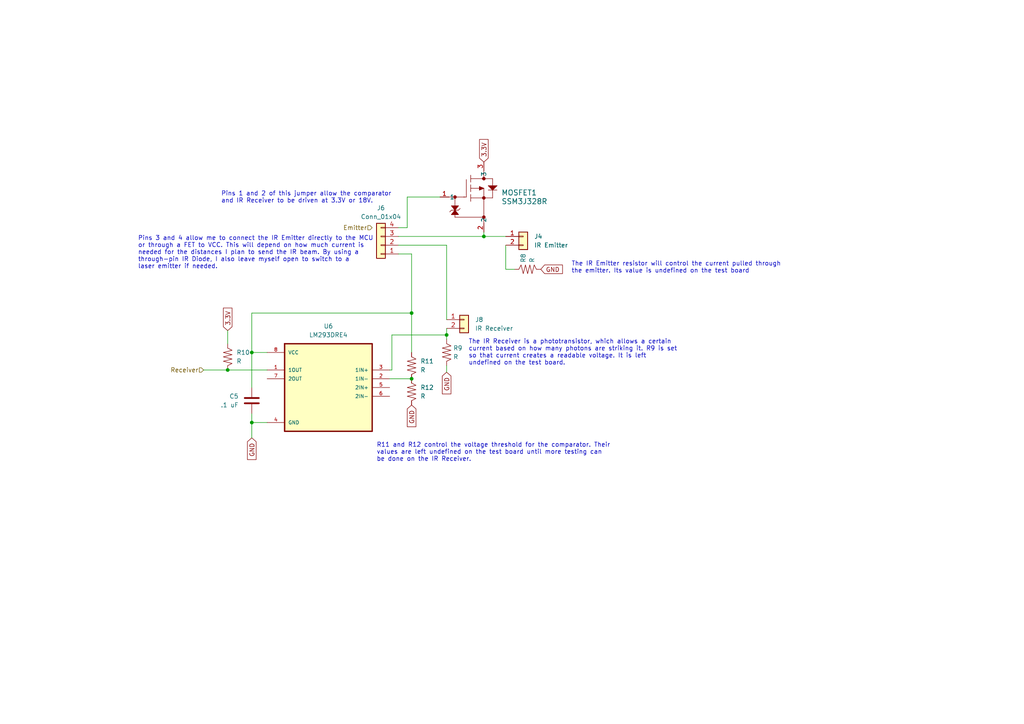
<source format=kicad_sch>
(kicad_sch (version 20230121) (generator eeschema)
  (paper "A4")
  (lib_symbols
    (symbol "Connector_Generic:Conn_01x02" (pin_names (offset 1.016) hide)
      (property "Reference" "J" (at 0 2.54 0))
      (property "Value" "Conn_01x02" (at 0 -5.08 0))
      (symbol "Conn_01x02_1_1"
        (rectangle (start -1.27 -2.413) (end 0 -2.667) (stroke (width 0.1524)))
        (rectangle (start -1.27 0.127) (end 0 -0.127) (stroke (width 0.1524)))
        (rectangle (start -1.27 1.27) (end 1.27 -3.81) (stroke (width 0.254)) (fill (type background)))
        (pin passive line (at -5.08 0 0) (length 3.81) (name "Pin_1") (number "1"))
        (pin passive line (at -5.08 -2.54 0) (length 3.81) (name "Pin_2") (number "2"))
      )
    )
    (symbol "Connector_Generic:Conn_01x04" (pin_names (offset 1.016) hide)
      (property "Reference" "J" (at 0 5.08 0))
      (property "Value" "Conn_01x04" (at 0 -7.62 0))
      (symbol "Conn_01x04_1_1"
        (rectangle (start -1.27 -4.953) (end 0 -5.207) (stroke (width 0.1524)))
        (rectangle (start -1.27 -2.413) (end 0 -2.667) (stroke (width 0.1524)))
        (rectangle (start -1.27 0.127) (end 0 -0.127) (stroke (width 0.1524)))
        (rectangle (start -1.27 2.667) (end 0 2.413) (stroke (width 0.1524)))
        (rectangle (start -1.27 3.81) (end 1.27 -6.35) (stroke (width 0.254)) (fill (type background)))
        (pin passive line (at -5.08 2.54 0) (length 3.81) (name "Pin_1") (number "1"))
        (pin passive line (at -5.08 0 0) (length 3.81) (name "Pin_2") (number "2"))
        (pin passive line (at -5.08 -2.54 0) (length 3.81) (name "Pin_3") (number "3"))
        (pin passive line (at -5.08 -5.08 0) (length 3.81) (name "Pin_4") (number "4"))
      )
    )
    (symbol "Hestres_Standard_Lib:C" (pin_numbers hide) (pin_names (offset 0.254))
      (property "Reference" "C" (at 0.635 2.54 0))
      (property "Value" "C" (at 0.635 -2.54 0))
      (symbol "C_0_1"
        (polyline (pts (xy -2.032 -0.762) (xy 2.032 -0.762)) (stroke (width 0.508)))
        (polyline (pts (xy -2.032 0.762) (xy 2.032 0.762)) (stroke (width 0.508)))
      )
      (symbol "C_1_1"
        (pin passive line (at 0 3.81 270) (length 2.794) (name "~") (number "1"))
        (pin passive line (at 0 -3.81 90) (length 2.794) (name "~") (number "2"))
      )
    )
    (symbol "Hestres_Standard_Lib:R" (pin_numbers hide) (pin_names (offset 0))
      (property "Reference" "R" (at 2.54 0 90))
      (property "Value" "R" (at -2.54 0 90))
      (symbol "R_0_1"
        (polyline (pts (xy 0 2.54) (xy 1.27 1.905) (xy -1.27 1.27) (xy 1.27 0.635) (xy -1.27 0) (xy 1.27 -0.635) (xy -1.27 -1.27) (xy 1.27 -1.905) (xy 0 -2.54)))
      )
      (symbol "R_1_1"
        (pin passive line (at 0 3.81 270) (length 1.27) (name "~") (number "1"))
        (pin passive line (at 0 -3.81 90) (length 1.27) (name "~") (number "2"))
      )
    )
    (symbol "ProjComparator:LM293DRE4" (pin_names (offset 1.016))
      (property "Reference" "U" (at -12.7 13.7 0))
      (property "Value" "LM293DRE4" (at -12.7 -16.7 0))
      (symbol "LM293DRE4_0_0"
        (rectangle (start -12.7 -12.7) (end 12.7 12.7) (stroke (width 0.41)) (fill (type background)))
        (pin output line (at 17.78 5.08 180) (length 5.08) (name "1OUT") (number "1"))
        (pin input line (at -17.78 2.54 0) (length 5.08) (name "1IN-") (number "2"))
        (pin input line (at -17.78 5.08 0) (length 5.08) (name "1IN+") (number "3"))
        (pin power_in line (at 17.78 -10.16 180) (length 5.08) (name "GND") (number "4"))
        (pin input line (at -17.78 0 0) (length 5.08) (name "2IN+") (number "5"))
        (pin input line (at -17.78 -2.54 0) (length 5.08) (name "2IN-") (number "6"))
        (pin output line (at 17.78 2.54 180) (length 5.08) (name "2OUT") (number "7"))
        (pin power_in line (at 17.78 10.16 180) (length 5.08) (name "VCC") (number "8"))
      )
    )
    (symbol "ProjPMOS_LV:SSM3J328R" (pin_names (offset 0.254))
      (property "Reference" "MOSFET" (at 0 0 0))
      (property "Value" "SSM3J328R" (at 0 0 0))
      (symbol "SSM3J328R_0_1"
        (polyline (pts (xy 0 -7.62) (xy 4.572 -7.62)) (stroke (width 0.1524)))
        (polyline (pts (xy 0.762 -12.7) (xy 2.794 -12.7)) (stroke (width 0.1524)))
        (polyline (pts (xy 0.762 -11.43) (xy 0.254 -11.938)) (stroke (width 0.1524)))
        (polyline (pts (xy 0.762 -11.43) (xy 2.794 -11.43)) (stroke (width 0.1524)))
        (polyline (pts (xy 0.762 -10.16) (xy 1.778 -11.43)) (stroke (width 0.1524)))
        (polyline (pts (xy 0.762 -10.16) (xy 2.794 -10.16)) (stroke (width 0.1524)))
        (polyline (pts (xy 1.778 -13.462) (xy 10.16 -13.462)) (stroke (width 0.1524)))
        (polyline (pts (xy 1.778 -12.7) (xy 1.778 -13.462)) (stroke (width 0.1524)))
        (polyline (pts (xy 1.778 -11.43) (xy 0.762 -12.7)) (stroke (width 0.1524)))
        (polyline (pts (xy 1.778 -7.62) (xy 1.778 -10.16)) (stroke (width 0.1524)))
        (polyline (pts (xy 2.794 -12.7) (xy 1.778 -11.43)) (stroke (width 0.1524)))
        (polyline (pts (xy 2.794 -11.43) (xy 3.302 -10.922)) (stroke (width 0.1524)))
        (polyline (pts (xy 2.794 -10.16) (xy 1.778 -11.43)) (stroke (width 0.1524)))
        (polyline (pts (xy 5.08 -7.62) (xy 4.318 -7.62)) (stroke (width 0.1524)))
        (polyline (pts (xy 5.08 -7.62) (xy 5.08 -2.54)) (stroke (width 0.1524)))
        (polyline (pts (xy 6.35 -8.89) (xy 6.35 -6.858)) (stroke (width 0.1524)))
        (polyline (pts (xy 6.35 -7.874) (xy 12.7 -7.874)) (stroke (width 0.1524)))
        (polyline (pts (xy 6.35 -6.096) (xy 6.35 -4.064)) (stroke (width 0.1524)))
        (polyline (pts (xy 6.35 -5.08) (xy 8.89 -5.08)) (stroke (width 0.1524)))
        (polyline (pts (xy 6.35 -3.302) (xy 6.35 -1.27)) (stroke (width 0.1524)))
        (polyline (pts (xy 8.89 -5.588) (xy 10.16 -5.08)) (stroke (width 0.1524)))
        (polyline (pts (xy 8.89 -4.572) (xy 8.89 -5.588)) (stroke (width 0.1524)))
        (polyline (pts (xy 10.16 -5.08) (xy 8.89 -4.572)) (stroke (width 0.1524)))
        (polyline (pts (xy 10.16 -5.08) (xy 10.16 -15.24)) (stroke (width 0.1524)))
        (polyline (pts (xy 10.16 0) (xy 10.16 -2.286)) (stroke (width 0.1524)))
        (polyline (pts (xy 11.43 -5.588) (xy 13.97 -5.588)) (stroke (width 0.1524)))
        (polyline (pts (xy 11.43 -4.318) (xy 13.97 -4.318)) (stroke (width 0.1524)))
        (polyline (pts (xy 12.7 -7.874) (xy 12.7 -5.588)) (stroke (width 0.1524)))
        (polyline (pts (xy 12.7 -5.588) (xy 11.43 -4.318)) (stroke (width 0.1524)))
        (polyline (pts (xy 12.7 -4.318) (xy 12.7 -2.286)) (stroke (width 0.1524)))
        (polyline (pts (xy 12.7 -2.286) (xy 6.35 -2.286)) (stroke (width 0.1524)))
        (polyline (pts (xy 13.97 -4.318) (xy 12.7 -5.588)) (stroke (width 0.1524)))
        (polyline (pts (xy 8.89 -4.572) (xy 8.89 -5.588) (xy 10.16 -5.08)) (fill (type outline)))
        (polyline (pts (xy 11.43 -4.318) (xy 12.7 -5.588) (xy 13.97 -4.318)) (fill (type outline)))
        (polyline (pts (xy 0.762 -10.16) (xy 1.778 -11.43) (xy 0.762 -12.7) (xy 2.794 -12.7) (xy 1.778 -11.43) (xy 2.794 -10.16)) (fill (type outline)))
        (circle (center 1.778 -7.62) (radius 0.254) (stroke (width 0.508)))
        (circle (center 10.16 -13.462) (radius 0.254) (stroke (width 0.508)))
        (circle (center 10.16 -7.874) (radius 0.254) (stroke (width 0.508)))
        (circle (center 10.16 -2.286) (radius 0.254) (stroke (width 0.508)))
        (pin unspecified line (at -2.54 -7.62 0) (length 2.54) (name "1") (number "1"))
        (pin unspecified line (at 10.16 -17.78 90) (length 2.54) (name "2") (number "2"))
        (pin unspecified line (at 10.16 2.54 270) (length 2.54) (name "3") (number "3"))
      )
    )
  )
  (junction (at 129.54 97.155))
  (junction (at 140.335 68.58))
  (junction (at 119.38 90.805))
  (junction (at 73.025 122.555))
  (junction (at 119.38 109.855))
  (junction (at 66.04 107.315))
  (junction (at 73.025 102.235))
  (wire (pts (xy 119.38 90.805) (xy 119.38 73.66)))
  (wire (pts (xy 129.54 92.71) (xy 129.54 71.12)))
  (wire (pts (xy 66.04 107.315) (xy 77.47 107.315)))
  (wire (pts (xy 66.04 95.885) (xy 66.04 99.695)))
  (wire (pts (xy 119.38 73.66) (xy 115.57 73.66)))
  (wire (pts (xy 140.335 68.58) (xy 146.685 68.58)))
  (wire (pts (xy 73.025 102.235) (xy 77.47 102.235)))
  (wire (pts (xy 113.665 97.155) (xy 129.54 97.155)))
  (wire (pts (xy 115.57 66.04) (xy 118.11 66.04)))
  (wire (pts (xy 115.57 68.58) (xy 140.335 68.58)))
  (wire (pts (xy 129.54 71.12) (xy 115.57 71.12)))
  (wire (pts (xy 149.225 78.105) (xy 146.685 78.105)))
  (wire (pts (xy 73.025 90.805) (xy 73.025 102.235)))
  (wire (pts (xy 73.025 122.555) (xy 77.47 122.555)))
  (wire (pts (xy 59.055 107.315) (xy 66.04 107.315)))
  (wire (pts (xy 118.11 66.04) (xy 118.11 57.15)))
  (wire (pts (xy 73.025 122.555) (xy 73.025 127)))
  (wire (pts (xy 73.025 90.805) (xy 119.38 90.805)))
  (wire (pts (xy 73.025 120.015) (xy 73.025 122.555)))
  (wire (pts (xy 113.03 109.855) (xy 119.38 109.855)))
  (wire (pts (xy 119.38 102.235) (xy 119.38 90.805)))
  (wire (pts (xy 129.54 106.045) (xy 129.54 107.95)))
  (wire (pts (xy 118.11 57.15) (xy 127.635 57.15)))
  (wire (pts (xy 129.54 97.155) (xy 129.54 98.425)))
  (wire (pts (xy 113.03 107.315) (xy 113.665 107.315)))
  (wire (pts (xy 113.665 107.315) (xy 113.665 97.155)))
  (wire (pts (xy 140.335 67.31) (xy 140.335 68.58)))
  (wire (pts (xy 129.54 95.25) (xy 129.54 97.155)))
  (wire (pts (xy 73.025 102.235) (xy 73.025 112.395)))
  (wire (pts (xy 146.685 71.12) (xy 146.685 78.105)))
  (text "R11 and R12 control the voltage threshold for the comparator. Their\nvalues are left undefined on the test board until more testing can\nbe done on the IR Receiver." (at 109.22 133.985 0) (effects (font (size 1.27 1.27)) (justify left bottom)))
  (text "The IR Receiver is a phototransistor, which allows a certain\ncurrent based on how many photons are striking it. R9 is set\nso that current creates a readable voltage. It is left\nundefined on the test board." (at 135.89 106.045 0) (effects (font (size 1.27 1.27)) (justify left bottom)))
  (text "The IR Emitter resistor will control the current pulled through\nthe emitter. Its value is undefined on the test board" (at 165.735 79.375 0) (effects (font (size 1.27 1.27)) (justify left bottom)))
  (text "Pins 1 and 2 of this jumper allow the comparator \nand IR Receiver to be driven at 3.3V or 18V. " (at 64.135 59.055 0) (effects (font (size 1.27 1.27)) (justify left bottom)))
  (text "Pins 3 and 4 allow me to connect the IR Emitter directly to the MCU\nor through a FET to VCC. This will depend on how much current is\nneeded for the distances I plan to send the IR beam. By using a \nthrough-pin IR Diode, I also leave myself open to switch to a \nlaser emitter if needed." (at 40.005 78.105 0) (effects (font (size 1.27 1.27)) (justify left bottom)))
  (global_label "GND" (shape input) (at 129.54 107.95 270) (property "Intersheetrefs" "${INTERSHEET_REFS}" (effects hide)))
  (global_label "3.3V" (shape input) (at 66.04 95.885 90) (property "Intersheetrefs" "${INTERSHEET_REFS}" (effects hide)))
  (global_label "3.3V" (shape input) (at 140.335 46.99 90) (property "Intersheetrefs" "${INTERSHEET_REFS}" (effects hide)))
  (global_label "GND" (shape input) (at 73.025 127 270) (property "Intersheetrefs" "${INTERSHEET_REFS}" (effects hide)))
  (global_label "GND" (shape input) (at 156.845 78.105 0) (property "Intersheetrefs" "${INTERSHEET_REFS}" (effects hide)))
  (global_label "GND" (shape input) (at 119.38 117.475 270) (property "Intersheetrefs" "${INTERSHEET_REFS}" (effects hide)))
  (hierarchical_label "Receiver" (shape input) (at 59.055 107.315 180))
  (hierarchical_label "Emitter" (shape input) (at 107.95 66.04 180))
  (symbol (lib_id "Connector_Generic:Conn_01x04") (at 110.49 71.12 180) (unit 1)
    (property "Reference" "J6" (at 110.49 60.325 0))
    (property "Value" "Conn_01x04" (at 110.49 62.865 0))
    (property "Footprint" "Connector_PinHeader_2.54mm:PinHeader_1x04_P2.54mm_Vertical" (effects hide))
    (instances (project "CatLasers" (path "" (reference "J6") (unit 1)) (path "" (reference "J4") (unit 1))))
  )
  (symbol (lib_id "Connector_Generic:Conn_01x02") (at 151.765 68.58 0) (unit 1)
    (property "Reference" "J4" (at 154.94 68.58 0) (effects (justify left)))
    (property "Value" "IR Emitter" (at 154.94 71.12 0) (effects (justify left)))
    (property "Footprint" "Connector_PinHeader_2.54mm:PinHeader_1x02_P2.54mm_Vertical" (effects hide))
    (instances (project "CatLasers" (path "" (reference "J4") (unit 1)) (path "" (reference "J6") (unit 1))))
  )
  (symbol (lib_id "ProjPMOS_LV:SSM3J328R") (at 130.175 49.53 0) (unit 1)
    (property "Reference" "MOSFET1" (at 145.415 55.88 0) (effects (font (size 1.524 1.524)) (justify left)))
    (property "Value" "SSM3J328R" (at 145.415 58.42 0) (effects (font (size 1.524 1.524)) (justify left)))
    (property "Footprint" "Proj:SOT-23F_TOS" (effects hide))
    (property "Datasheet" "SSM3J328R" (effects hide))
  )
  (symbol (lib_id "Hestres_Standard_Lib:R") (at 119.38 106.045 0) (unit 1)
    (property "Reference" "R11" (at 121.92 104.775 0) (effects (justify left)))
    (property "Value" "R" (at 121.92 107.315 0) (effects (justify left)))
    (property "Footprint" "Resistor_SMD:R_0805_2012Metric" (effects hide))
  )
  (symbol (lib_id "Hestres_Standard_Lib:R") (at 129.54 102.235 0) (unit 1)
    (property "Reference" "R9" (at 131.445 100.965 0) (effects (justify left)))
    (property "Value" "R" (at 131.445 103.505 0) (effects (justify left)))
    (property "Footprint" "Resistor_SMD:R_0805_2012Metric" (effects hide))
  )
  (symbol (lib_id "Hestres_Standard_Lib:R") (at 153.035 78.105 90) (unit 1)
    (property "Reference" "R8" (at 151.765 76.2 0) (effects (justify left)))
    (property "Value" "R" (at 154.305 76.2 0) (effects (justify left)))
    (property "Footprint" "Resistor_SMD:R_0805_2012Metric" (effects hide))
  )
  (symbol (lib_id "Hestres_Standard_Lib:R") (at 66.04 103.505 0) (unit 1)
    (property "Reference" "R10" (at 68.58 102.235 0) (effects (justify left)))
    (property "Value" "R" (at 68.58 104.775 0) (effects (justify left)))
    (property "Footprint" "Resistor_SMD:R_0805_2012Metric" (effects hide))
  )
  (symbol (lib_id "Hestres_Standard_Lib:R") (at 119.38 113.665 0) (unit 1)
    (property "Reference" "R12" (at 121.92 112.395 0) (effects (justify left)))
    (property "Value" "R" (at 121.92 114.935 0) (effects (justify left)))
    (property "Footprint" "Resistor_SMD:R_0805_2012Metric" (effects hide))
  )
  (symbol (lib_id "Connector_Generic:Conn_01x02") (at 134.62 92.71 0) (unit 1)
    (property "Reference" "J8" (at 137.795 92.71 0) (effects (justify left)))
    (property "Value" "IR Receiver" (at 137.795 95.25 0) (effects (justify left)))
    (property "Footprint" "Connector_PinHeader_2.54mm:PinHeader_1x02_P2.54mm_Vertical" (effects hide))
  )
  (symbol (lib_id "ProjComparator:LM293DRE4") (at 95.25 112.395 0) (mirror y) (unit 1)
    (property "Reference" "U6" (at 95.25 94.615 0))
    (property "Value" "LM293DRE4" (at 95.25 97.155 0))
    (property "Footprint" "Proj:SOIC127P599X175-8N" (effects hide))
    (property "DigiKey_Part_Number" "LM293DRE4-ND" (effects hide))
    (property "MF" "Texas Instruments" (effects hide))
    (property "Purchase-URL" "https://www.snapeda.com/api/url_track_click_mouser/?unipart_id=2757566&manufacturer=Texas Instruments&part_name=LM293DRE4&search_term=None" (effects hide))
    (property "Package" "SOIC-8 Texas Instruments" (effects hide))
    (property "SnapEDA_Link" "https://www.snapeda.com/parts/LM293DRE4/Texas+Instruments/view-part/?ref=snap" (effects hide))
    (property "MP" "LM293DRE4" (effects hide))
    (property "Description" "\nDual differential comparator, industrial grade 8-SOIC -25 to 85\n" (effects hide))
    (property "Check_prices" "https://www.snapeda.com/parts/LM293DRE4/Texas+Instruments/view-part/?ref=eda" (effects hide))
  )
  (symbol (lib_id "Hestres_Standard_Lib:C") (at 73.025 116.205 0) (mirror y) (unit 1)
    (property "Reference" "C5" (at 69.215 114.935 0) (effects (justify left)))
    (property "Value" ".1 uF" (at 69.215 117.475 0) (effects (justify left)))
    (property "Footprint" "Capacitor_SMD:C_0805_2012Metric" (effects hide))
  )
)
</source>
